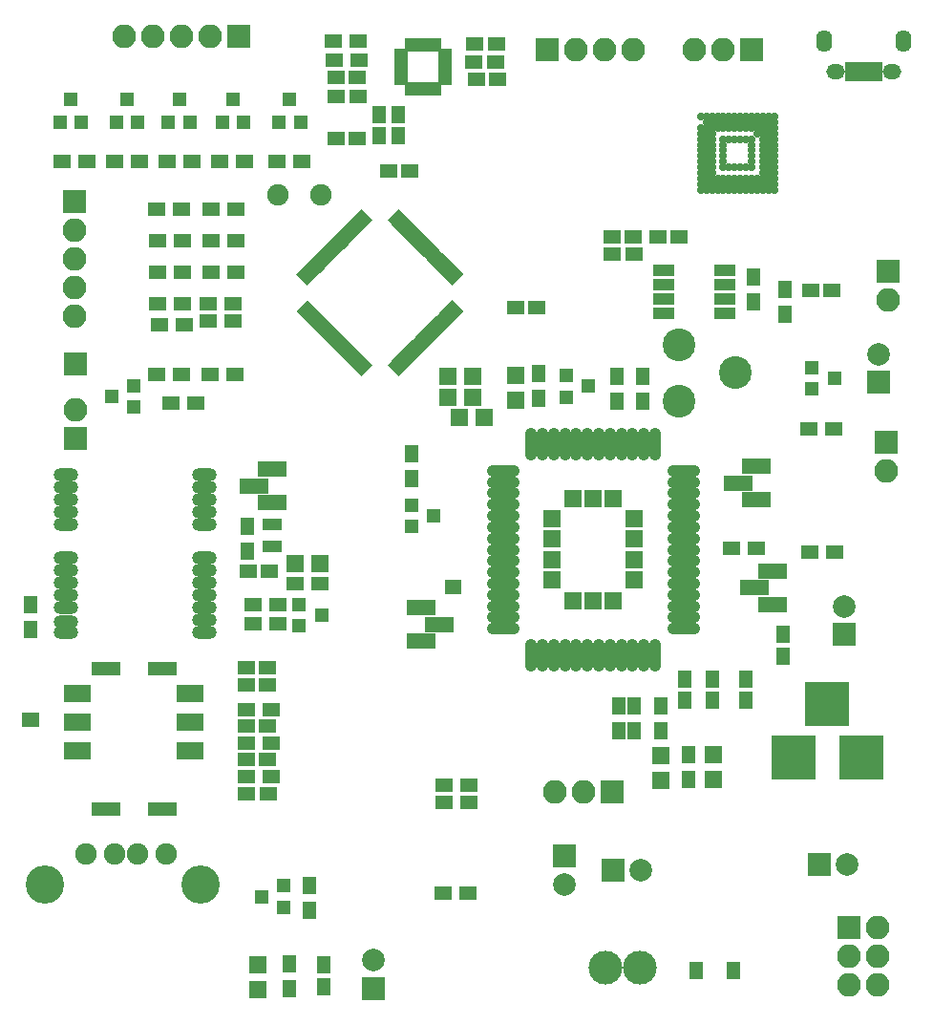
<source format=gbr>
G04 #@! TF.FileFunction,Soldermask,Top*
%FSLAX46Y46*%
G04 Gerber Fmt 4.6, Leading zero omitted, Abs format (unit mm)*
G04 Created by KiCad (PCBNEW 4.0.7) date 05/26/18 19:20:07*
%MOMM*%
%LPD*%
G01*
G04 APERTURE LIST*
%ADD10C,0.100000*%
%ADD11R,1.300000X1.200000*%
%ADD12R,1.600000X1.150000*%
%ADD13O,2.900000X1.100000*%
%ADD14O,1.100000X2.900000*%
%ADD15R,1.500000X1.500000*%
%ADD16R,2.400000X1.600000*%
%ADD17R,2.600000X1.300000*%
%ADD18R,1.600000X1.600000*%
%ADD19R,3.900000X3.900000*%
%ADD20R,2.000000X2.000000*%
%ADD21C,2.000000*%
%ADD22R,1.250000X0.700000*%
%ADD23R,0.700000X1.250000*%
%ADD24R,2.100000X2.100000*%
%ADD25O,2.100000X2.100000*%
%ADD26R,1.150000X1.600000*%
%ADD27R,1.300000X1.600000*%
%ADD28C,3.000000*%
%ADD29R,0.800000X1.750000*%
%ADD30O,1.650000X1.350000*%
%ADD31O,1.400000X1.950000*%
%ADD32R,1.600000X1.300000*%
%ADD33R,1.950000X1.000000*%
%ADD34C,1.900000*%
%ADD35C,3.400000*%
%ADD36R,1.200000X1.300000*%
%ADD37C,2.900000*%
%ADD38R,1.700000X1.100000*%
%ADD39O,2.200000X1.200000*%
%ADD40R,2.625000X1.450000*%
%ADD41R,0.820000X0.620000*%
%ADD42C,0.725000*%
G04 APERTURE END LIST*
D10*
D11*
X161200000Y-93550000D03*
X161200000Y-95450000D03*
X163200000Y-94500000D03*
D12*
X133010000Y-110910000D03*
X134910000Y-110910000D03*
D10*
G36*
X142596358Y-79252676D02*
X143055977Y-78793057D01*
X144045926Y-79783006D01*
X143586307Y-80242625D01*
X142596358Y-79252676D01*
X142596358Y-79252676D01*
G37*
G36*
X142242804Y-79606229D02*
X142702423Y-79146610D01*
X143692372Y-80136559D01*
X143232753Y-80596178D01*
X142242804Y-79606229D01*
X142242804Y-79606229D01*
G37*
G36*
X141889251Y-79959783D02*
X142348870Y-79500164D01*
X143338819Y-80490113D01*
X142879200Y-80949732D01*
X141889251Y-79959783D01*
X141889251Y-79959783D01*
G37*
G36*
X141535698Y-80313336D02*
X141995317Y-79853717D01*
X142985266Y-80843666D01*
X142525647Y-81303285D01*
X141535698Y-80313336D01*
X141535698Y-80313336D01*
G37*
G36*
X141182144Y-80666889D02*
X141641763Y-80207270D01*
X142631712Y-81197219D01*
X142172093Y-81656838D01*
X141182144Y-80666889D01*
X141182144Y-80666889D01*
G37*
G36*
X140828591Y-81020443D02*
X141288210Y-80560824D01*
X142278159Y-81550773D01*
X141818540Y-82010392D01*
X140828591Y-81020443D01*
X140828591Y-81020443D01*
G37*
G36*
X140475037Y-81373996D02*
X140934656Y-80914377D01*
X141924605Y-81904326D01*
X141464986Y-82363945D01*
X140475037Y-81373996D01*
X140475037Y-81373996D01*
G37*
G36*
X140121484Y-81727550D02*
X140581103Y-81267931D01*
X141571052Y-82257880D01*
X141111433Y-82717499D01*
X140121484Y-81727550D01*
X140121484Y-81727550D01*
G37*
G36*
X139767931Y-82081103D02*
X140227550Y-81621484D01*
X141217499Y-82611433D01*
X140757880Y-83071052D01*
X139767931Y-82081103D01*
X139767931Y-82081103D01*
G37*
G36*
X139414377Y-82434656D02*
X139873996Y-81975037D01*
X140863945Y-82964986D01*
X140404326Y-83424605D01*
X139414377Y-82434656D01*
X139414377Y-82434656D01*
G37*
G36*
X139060824Y-82788210D02*
X139520443Y-82328591D01*
X140510392Y-83318540D01*
X140050773Y-83778159D01*
X139060824Y-82788210D01*
X139060824Y-82788210D01*
G37*
G36*
X138707270Y-83141763D02*
X139166889Y-82682144D01*
X140156838Y-83672093D01*
X139697219Y-84131712D01*
X138707270Y-83141763D01*
X138707270Y-83141763D01*
G37*
G36*
X138353717Y-83495317D02*
X138813336Y-83035698D01*
X139803285Y-84025647D01*
X139343666Y-84485266D01*
X138353717Y-83495317D01*
X138353717Y-83495317D01*
G37*
G36*
X138000164Y-83848870D02*
X138459783Y-83389251D01*
X139449732Y-84379200D01*
X138990113Y-84838819D01*
X138000164Y-83848870D01*
X138000164Y-83848870D01*
G37*
G36*
X137646610Y-84202423D02*
X138106229Y-83742804D01*
X139096178Y-84732753D01*
X138636559Y-85192372D01*
X137646610Y-84202423D01*
X137646610Y-84202423D01*
G37*
G36*
X137293057Y-84555977D02*
X137752676Y-84096358D01*
X138742625Y-85086307D01*
X138283006Y-85545926D01*
X137293057Y-84555977D01*
X137293057Y-84555977D01*
G37*
G36*
X137752676Y-88303642D02*
X137293057Y-87844023D01*
X138283006Y-86854074D01*
X138742625Y-87313693D01*
X137752676Y-88303642D01*
X137752676Y-88303642D01*
G37*
G36*
X138106229Y-88657196D02*
X137646610Y-88197577D01*
X138636559Y-87207628D01*
X139096178Y-87667247D01*
X138106229Y-88657196D01*
X138106229Y-88657196D01*
G37*
G36*
X138459783Y-89010749D02*
X138000164Y-88551130D01*
X138990113Y-87561181D01*
X139449732Y-88020800D01*
X138459783Y-89010749D01*
X138459783Y-89010749D01*
G37*
G36*
X138813336Y-89364302D02*
X138353717Y-88904683D01*
X139343666Y-87914734D01*
X139803285Y-88374353D01*
X138813336Y-89364302D01*
X138813336Y-89364302D01*
G37*
G36*
X139166889Y-89717856D02*
X138707270Y-89258237D01*
X139697219Y-88268288D01*
X140156838Y-88727907D01*
X139166889Y-89717856D01*
X139166889Y-89717856D01*
G37*
G36*
X139520443Y-90071409D02*
X139060824Y-89611790D01*
X140050773Y-88621841D01*
X140510392Y-89081460D01*
X139520443Y-90071409D01*
X139520443Y-90071409D01*
G37*
G36*
X139873996Y-90424963D02*
X139414377Y-89965344D01*
X140404326Y-88975395D01*
X140863945Y-89435014D01*
X139873996Y-90424963D01*
X139873996Y-90424963D01*
G37*
G36*
X140227550Y-90778516D02*
X139767931Y-90318897D01*
X140757880Y-89328948D01*
X141217499Y-89788567D01*
X140227550Y-90778516D01*
X140227550Y-90778516D01*
G37*
G36*
X140581103Y-91132069D02*
X140121484Y-90672450D01*
X141111433Y-89682501D01*
X141571052Y-90142120D01*
X140581103Y-91132069D01*
X140581103Y-91132069D01*
G37*
G36*
X140934656Y-91485623D02*
X140475037Y-91026004D01*
X141464986Y-90036055D01*
X141924605Y-90495674D01*
X140934656Y-91485623D01*
X140934656Y-91485623D01*
G37*
G36*
X141288210Y-91839176D02*
X140828591Y-91379557D01*
X141818540Y-90389608D01*
X142278159Y-90849227D01*
X141288210Y-91839176D01*
X141288210Y-91839176D01*
G37*
G36*
X141641763Y-92192730D02*
X141182144Y-91733111D01*
X142172093Y-90743162D01*
X142631712Y-91202781D01*
X141641763Y-92192730D01*
X141641763Y-92192730D01*
G37*
G36*
X141995317Y-92546283D02*
X141535698Y-92086664D01*
X142525647Y-91096715D01*
X142985266Y-91556334D01*
X141995317Y-92546283D01*
X141995317Y-92546283D01*
G37*
G36*
X142348870Y-92899836D02*
X141889251Y-92440217D01*
X142879200Y-91450268D01*
X143338819Y-91909887D01*
X142348870Y-92899836D01*
X142348870Y-92899836D01*
G37*
G36*
X142702423Y-93253390D02*
X142242804Y-92793771D01*
X143232753Y-91803822D01*
X143692372Y-92263441D01*
X142702423Y-93253390D01*
X142702423Y-93253390D01*
G37*
G36*
X143055977Y-93606943D02*
X142596358Y-93147324D01*
X143586307Y-92157375D01*
X144045926Y-92616994D01*
X143055977Y-93606943D01*
X143055977Y-93606943D01*
G37*
G36*
X145354074Y-92616994D02*
X145813693Y-92157375D01*
X146803642Y-93147324D01*
X146344023Y-93606943D01*
X145354074Y-92616994D01*
X145354074Y-92616994D01*
G37*
G36*
X145707628Y-92263441D02*
X146167247Y-91803822D01*
X147157196Y-92793771D01*
X146697577Y-93253390D01*
X145707628Y-92263441D01*
X145707628Y-92263441D01*
G37*
G36*
X146061181Y-91909887D02*
X146520800Y-91450268D01*
X147510749Y-92440217D01*
X147051130Y-92899836D01*
X146061181Y-91909887D01*
X146061181Y-91909887D01*
G37*
G36*
X146414734Y-91556334D02*
X146874353Y-91096715D01*
X147864302Y-92086664D01*
X147404683Y-92546283D01*
X146414734Y-91556334D01*
X146414734Y-91556334D01*
G37*
G36*
X146768288Y-91202781D02*
X147227907Y-90743162D01*
X148217856Y-91733111D01*
X147758237Y-92192730D01*
X146768288Y-91202781D01*
X146768288Y-91202781D01*
G37*
G36*
X147121841Y-90849227D02*
X147581460Y-90389608D01*
X148571409Y-91379557D01*
X148111790Y-91839176D01*
X147121841Y-90849227D01*
X147121841Y-90849227D01*
G37*
G36*
X147475395Y-90495674D02*
X147935014Y-90036055D01*
X148924963Y-91026004D01*
X148465344Y-91485623D01*
X147475395Y-90495674D01*
X147475395Y-90495674D01*
G37*
G36*
X147828948Y-90142120D02*
X148288567Y-89682501D01*
X149278516Y-90672450D01*
X148818897Y-91132069D01*
X147828948Y-90142120D01*
X147828948Y-90142120D01*
G37*
G36*
X148182501Y-89788567D02*
X148642120Y-89328948D01*
X149632069Y-90318897D01*
X149172450Y-90778516D01*
X148182501Y-89788567D01*
X148182501Y-89788567D01*
G37*
G36*
X148536055Y-89435014D02*
X148995674Y-88975395D01*
X149985623Y-89965344D01*
X149526004Y-90424963D01*
X148536055Y-89435014D01*
X148536055Y-89435014D01*
G37*
G36*
X148889608Y-89081460D02*
X149349227Y-88621841D01*
X150339176Y-89611790D01*
X149879557Y-90071409D01*
X148889608Y-89081460D01*
X148889608Y-89081460D01*
G37*
G36*
X149243162Y-88727907D02*
X149702781Y-88268288D01*
X150692730Y-89258237D01*
X150233111Y-89717856D01*
X149243162Y-88727907D01*
X149243162Y-88727907D01*
G37*
G36*
X149596715Y-88374353D02*
X150056334Y-87914734D01*
X151046283Y-88904683D01*
X150586664Y-89364302D01*
X149596715Y-88374353D01*
X149596715Y-88374353D01*
G37*
G36*
X149950268Y-88020800D02*
X150409887Y-87561181D01*
X151399836Y-88551130D01*
X150940217Y-89010749D01*
X149950268Y-88020800D01*
X149950268Y-88020800D01*
G37*
G36*
X150303822Y-87667247D02*
X150763441Y-87207628D01*
X151753390Y-88197577D01*
X151293771Y-88657196D01*
X150303822Y-87667247D01*
X150303822Y-87667247D01*
G37*
G36*
X150657375Y-87313693D02*
X151116994Y-86854074D01*
X152106943Y-87844023D01*
X151647324Y-88303642D01*
X150657375Y-87313693D01*
X150657375Y-87313693D01*
G37*
G36*
X151116994Y-85545926D02*
X150657375Y-85086307D01*
X151647324Y-84096358D01*
X152106943Y-84555977D01*
X151116994Y-85545926D01*
X151116994Y-85545926D01*
G37*
G36*
X150763441Y-85192372D02*
X150303822Y-84732753D01*
X151293771Y-83742804D01*
X151753390Y-84202423D01*
X150763441Y-85192372D01*
X150763441Y-85192372D01*
G37*
G36*
X150409887Y-84838819D02*
X149950268Y-84379200D01*
X150940217Y-83389251D01*
X151399836Y-83848870D01*
X150409887Y-84838819D01*
X150409887Y-84838819D01*
G37*
G36*
X150056334Y-84485266D02*
X149596715Y-84025647D01*
X150586664Y-83035698D01*
X151046283Y-83495317D01*
X150056334Y-84485266D01*
X150056334Y-84485266D01*
G37*
G36*
X149702781Y-84131712D02*
X149243162Y-83672093D01*
X150233111Y-82682144D01*
X150692730Y-83141763D01*
X149702781Y-84131712D01*
X149702781Y-84131712D01*
G37*
G36*
X149349227Y-83778159D02*
X148889608Y-83318540D01*
X149879557Y-82328591D01*
X150339176Y-82788210D01*
X149349227Y-83778159D01*
X149349227Y-83778159D01*
G37*
G36*
X148995674Y-83424605D02*
X148536055Y-82964986D01*
X149526004Y-81975037D01*
X149985623Y-82434656D01*
X148995674Y-83424605D01*
X148995674Y-83424605D01*
G37*
G36*
X148642120Y-83071052D02*
X148182501Y-82611433D01*
X149172450Y-81621484D01*
X149632069Y-82081103D01*
X148642120Y-83071052D01*
X148642120Y-83071052D01*
G37*
G36*
X148288567Y-82717499D02*
X147828948Y-82257880D01*
X148818897Y-81267931D01*
X149278516Y-81727550D01*
X148288567Y-82717499D01*
X148288567Y-82717499D01*
G37*
G36*
X147935014Y-82363945D02*
X147475395Y-81904326D01*
X148465344Y-80914377D01*
X148924963Y-81373996D01*
X147935014Y-82363945D01*
X147935014Y-82363945D01*
G37*
G36*
X147581460Y-82010392D02*
X147121841Y-81550773D01*
X148111790Y-80560824D01*
X148571409Y-81020443D01*
X147581460Y-82010392D01*
X147581460Y-82010392D01*
G37*
G36*
X147227907Y-81656838D02*
X146768288Y-81197219D01*
X147758237Y-80207270D01*
X148217856Y-80666889D01*
X147227907Y-81656838D01*
X147227907Y-81656838D01*
G37*
G36*
X146874353Y-81303285D02*
X146414734Y-80843666D01*
X147404683Y-79853717D01*
X147864302Y-80313336D01*
X146874353Y-81303285D01*
X146874353Y-81303285D01*
G37*
G36*
X146520800Y-80949732D02*
X146061181Y-80490113D01*
X147051130Y-79500164D01*
X147510749Y-79959783D01*
X146520800Y-80949732D01*
X146520800Y-80949732D01*
G37*
G36*
X146167247Y-80596178D02*
X145707628Y-80136559D01*
X146697577Y-79146610D01*
X147157196Y-79606229D01*
X146167247Y-80596178D01*
X146167247Y-80596178D01*
G37*
G36*
X145813693Y-80242625D02*
X145354074Y-79783006D01*
X146344023Y-78793057D01*
X146803642Y-79252676D01*
X145813693Y-80242625D01*
X145813693Y-80242625D01*
G37*
D13*
X155600000Y-102000000D03*
X155600000Y-103000000D03*
X155600000Y-104000000D03*
X155600000Y-105000000D03*
X155600000Y-106000000D03*
X155600000Y-107000000D03*
X155600000Y-108000000D03*
X155600000Y-109000000D03*
X155600000Y-110000000D03*
X155600000Y-111000000D03*
X155600000Y-112000000D03*
X155600000Y-113000000D03*
X155600000Y-114000000D03*
X155600000Y-115000000D03*
X155600000Y-116000000D03*
D14*
X158100000Y-118350000D03*
X159100000Y-118350000D03*
X160100000Y-118350000D03*
X161100000Y-118350000D03*
X162100000Y-118350000D03*
X163100000Y-118350000D03*
X164100000Y-118350000D03*
X165100000Y-118350000D03*
X166100000Y-118350000D03*
X167100000Y-118350000D03*
X168100000Y-118350000D03*
X169100000Y-118350000D03*
D13*
X171600000Y-116000000D03*
X171600000Y-115000000D03*
X171600000Y-114000000D03*
X171600000Y-113000000D03*
X171600000Y-112000000D03*
X171600000Y-111000000D03*
X171600000Y-110000000D03*
X171600000Y-109000000D03*
X171600000Y-108000000D03*
X171600000Y-107000000D03*
X171600000Y-106000000D03*
X171600000Y-105000000D03*
X171600000Y-104000000D03*
X171600000Y-103000000D03*
X171600000Y-102000000D03*
D14*
X169100000Y-99650000D03*
X168100000Y-99650000D03*
X167100000Y-99650000D03*
X166100000Y-99650000D03*
X165100000Y-99650000D03*
X164100000Y-99650000D03*
X163100000Y-99650000D03*
X162100000Y-99650000D03*
X161100000Y-99640000D03*
X160100000Y-99650000D03*
X159100000Y-99650000D03*
X158100000Y-99650000D03*
D15*
X163600000Y-104500000D03*
X161800000Y-104500000D03*
X165400000Y-104500000D03*
X159950000Y-108060000D03*
X159950000Y-106260000D03*
X159950000Y-109860000D03*
X159950000Y-111660000D03*
X163600000Y-113500000D03*
X167250000Y-106260000D03*
X167250000Y-108060000D03*
X167250000Y-109860000D03*
X167250000Y-111660000D03*
X165400000Y-113500000D03*
X161800000Y-113500000D03*
D16*
X117900000Y-121700000D03*
X117900000Y-124240000D03*
X117900000Y-126780000D03*
X127900000Y-126780000D03*
X127900000Y-124240000D03*
X127900000Y-121700000D03*
D17*
X120400000Y-119510000D03*
X125400000Y-119510000D03*
X120400000Y-132010000D03*
X125400000Y-132010000D03*
D18*
X133851000Y-145772000D03*
X133851000Y-147972000D03*
X174244000Y-129370000D03*
X174244000Y-127170000D03*
X156718000Y-95715000D03*
X156718000Y-93515000D03*
D19*
X181356000Y-127381000D03*
X187356000Y-127381000D03*
X184356000Y-122681000D03*
D18*
X152928500Y-93662500D03*
X150728500Y-93662500D03*
X153960000Y-97260000D03*
X151760000Y-97260000D03*
X152928500Y-95504000D03*
X150728500Y-95504000D03*
X169640000Y-127260000D03*
X169640000Y-129460000D03*
D11*
X147500000Y-105050000D03*
X147500000Y-106950000D03*
X149500000Y-106000000D03*
D20*
X144151000Y-147872000D03*
D21*
X144151000Y-145372000D03*
D20*
X161036000Y-136144000D03*
D21*
X161036000Y-138644000D03*
D22*
X146570800Y-64928000D03*
X146570800Y-65428000D03*
X146570800Y-65928000D03*
X146570800Y-66428000D03*
X146570800Y-66928000D03*
X146570800Y-67428000D03*
D23*
X147270800Y-68128000D03*
X147770800Y-68128000D03*
X148270800Y-68128000D03*
X148770800Y-68128000D03*
X149270800Y-68128000D03*
X149770800Y-68128000D03*
D22*
X150470800Y-67428000D03*
X150470800Y-66928000D03*
X150470800Y-66428000D03*
X150470800Y-65928000D03*
X150470800Y-65428000D03*
X150470800Y-64928000D03*
D23*
X149770800Y-64228000D03*
X149270800Y-64228000D03*
X148770800Y-64228000D03*
X148270800Y-64228000D03*
X147770800Y-64228000D03*
X147270800Y-64228000D03*
D20*
X185900000Y-116500000D03*
D21*
X185900000Y-114000000D03*
D24*
X159519000Y-64654000D03*
D25*
X162059000Y-64654000D03*
X164599000Y-64654000D03*
X167139000Y-64654000D03*
D24*
X189738000Y-84328000D03*
D25*
X189738000Y-86868000D03*
D24*
X177680000Y-64654000D03*
D25*
X175140000Y-64654000D03*
X172600000Y-64654000D03*
D26*
X144650000Y-70420000D03*
X144650000Y-72320000D03*
X146320000Y-70430000D03*
X146320000Y-72330000D03*
D12*
X156700000Y-87550000D03*
X158600000Y-87550000D03*
X145440000Y-75410000D03*
X147340000Y-75410000D03*
X153050000Y-65800000D03*
X154950000Y-65800000D03*
X155135000Y-67295600D03*
X153235000Y-67295600D03*
X142708000Y-67156000D03*
X140808000Y-67156000D03*
X155008000Y-64146000D03*
X153108000Y-64146000D03*
X165330400Y-82797600D03*
X167230400Y-82797600D03*
X132900000Y-130600000D03*
X134800000Y-130600000D03*
X132850000Y-127600000D03*
X134750000Y-127600000D03*
D26*
X171700000Y-120450000D03*
X171700000Y-122350000D03*
D20*
X183642000Y-136906000D03*
D21*
X186142000Y-136906000D03*
D12*
X132850000Y-124600000D03*
X134750000Y-124600000D03*
D20*
X165354000Y-137414000D03*
D21*
X167854000Y-137414000D03*
D12*
X132850000Y-121000000D03*
X134750000Y-121000000D03*
X182890000Y-85970000D03*
X184790000Y-85970000D03*
D26*
X139751000Y-147722000D03*
X139751000Y-145822000D03*
D12*
X134750000Y-119450000D03*
X132850000Y-119450000D03*
D26*
X177165000Y-122362000D03*
X177165000Y-120462000D03*
X180467000Y-116525000D03*
X180467000Y-118425000D03*
D12*
X171250000Y-81300000D03*
X169350000Y-81300000D03*
D26*
X174200000Y-120450000D03*
X174200000Y-122350000D03*
D12*
X142750000Y-68800000D03*
X140850000Y-68800000D03*
D27*
X172721000Y-146304000D03*
X176021000Y-146304000D03*
D24*
X165300000Y-130500000D03*
D25*
X162760000Y-130500000D03*
X160220000Y-130500000D03*
D28*
X164719000Y-146050000D03*
X167719000Y-146050000D03*
D29*
X188879000Y-66628000D03*
X188229000Y-66628000D03*
X187579000Y-66628000D03*
X186929000Y-66628000D03*
X186279000Y-66628000D03*
D30*
X190079000Y-66628000D03*
X185079000Y-66628000D03*
D31*
X191079000Y-63928000D03*
X184079000Y-63928000D03*
D32*
X140600000Y-63900000D03*
X142800000Y-63900000D03*
X140658000Y-65632000D03*
X142858000Y-65632000D03*
X135050000Y-123150000D03*
X132850000Y-123150000D03*
X135050000Y-126100000D03*
X132850000Y-126100000D03*
X135050000Y-129100000D03*
X132850000Y-129100000D03*
D27*
X158810000Y-93390000D03*
X158810000Y-95590000D03*
X138410000Y-138740000D03*
X138410000Y-140940000D03*
X168021000Y-95842000D03*
X168021000Y-93642000D03*
X167200000Y-125000000D03*
X167200000Y-122800000D03*
X169600000Y-122800000D03*
X169600000Y-125000000D03*
D32*
X152620000Y-129840000D03*
X150420000Y-129840000D03*
X152630000Y-131390000D03*
X150430000Y-131390000D03*
D27*
X136651000Y-147872000D03*
X136651000Y-145672000D03*
X165850000Y-125000000D03*
X165850000Y-122800000D03*
D32*
X178074500Y-108839000D03*
X175874500Y-108839000D03*
D27*
X172085000Y-127170000D03*
X172085000Y-129370000D03*
X177800000Y-87000000D03*
X177800000Y-84800000D03*
D32*
X152484000Y-139446000D03*
X150284000Y-139446000D03*
X184996000Y-109220000D03*
X182796000Y-109220000D03*
D27*
X147500000Y-100500000D03*
X147500000Y-102700000D03*
X165735000Y-95842000D03*
X165735000Y-93642000D03*
D33*
X169900000Y-84195000D03*
X169900000Y-85465000D03*
X169900000Y-86735000D03*
X169900000Y-88005000D03*
X175300000Y-88005000D03*
X175300000Y-86735000D03*
X175300000Y-85465000D03*
X175300000Y-84195000D03*
D34*
X135636000Y-77533500D03*
X139436000Y-77533500D03*
D12*
X142682000Y-72517000D03*
X140782000Y-72517000D03*
X167179600Y-81273600D03*
X165279600Y-81273600D03*
D18*
X139360000Y-110200000D03*
X137160000Y-110200000D03*
D24*
X117700000Y-99100000D03*
D25*
X117700000Y-96560000D03*
D34*
X125710000Y-136000000D03*
X123170000Y-136000000D03*
X121140000Y-136000000D03*
X118600000Y-136000000D03*
D35*
X128760000Y-138670000D03*
X115040000Y-138670000D03*
D24*
X117600000Y-78100000D03*
D25*
X117600000Y-80640000D03*
X117600000Y-83180000D03*
X117600000Y-85720000D03*
X117600000Y-88260000D03*
D24*
X189611000Y-99441000D03*
D25*
X189611000Y-101981000D03*
D24*
X117700000Y-92500000D03*
D11*
X137540000Y-113860000D03*
X137540000Y-115760000D03*
X139540000Y-114810000D03*
D36*
X135750000Y-71100000D03*
X137650000Y-71100000D03*
X136700000Y-69100000D03*
D11*
X122900000Y-96350000D03*
X122900000Y-94450000D03*
X120900000Y-95400000D03*
D36*
X130750000Y-71100000D03*
X132650000Y-71100000D03*
X131700000Y-69100000D03*
X125950000Y-71100000D03*
X127850000Y-71100000D03*
X126900000Y-69100000D03*
X121350000Y-71100000D03*
X123250000Y-71100000D03*
X122300000Y-69100000D03*
D11*
X136177000Y-140682000D03*
X136177000Y-138782000D03*
X134177000Y-139732000D03*
X183000000Y-92850000D03*
X183000000Y-94750000D03*
X185000000Y-93800000D03*
D32*
X139380000Y-111960000D03*
X137180000Y-111960000D03*
X135620000Y-113890000D03*
X133420000Y-113890000D03*
X137800000Y-74600000D03*
X135600000Y-74600000D03*
X128354000Y-96012000D03*
X126154000Y-96012000D03*
X132700000Y-74600000D03*
X130500000Y-74600000D03*
X128000000Y-74600000D03*
X125800000Y-74600000D03*
X124900000Y-78800000D03*
X127100000Y-78800000D03*
X131900000Y-78800000D03*
X129700000Y-78800000D03*
X125000000Y-81600000D03*
X127200000Y-81600000D03*
X131900000Y-81600000D03*
X129700000Y-81600000D03*
X123400000Y-74600000D03*
X121200000Y-74600000D03*
X125000000Y-84400000D03*
X127200000Y-84400000D03*
X131900000Y-84400000D03*
X129700000Y-84400000D03*
X125000000Y-87200000D03*
X127200000Y-87200000D03*
X131700000Y-87200000D03*
X129500000Y-87200000D03*
X125138000Y-89027000D03*
X127338000Y-89027000D03*
X131710000Y-88730000D03*
X129510000Y-88730000D03*
X182700000Y-98300000D03*
X184900000Y-98300000D03*
X124884000Y-93472000D03*
X127084000Y-93472000D03*
X129659200Y-93472000D03*
X131859200Y-93472000D03*
D27*
X180600000Y-85900000D03*
X180600000Y-88100000D03*
D24*
X186300000Y-142500000D03*
D25*
X188840000Y-142500000D03*
X186300000Y-145040000D03*
X188840000Y-145040000D03*
X186300000Y-147580000D03*
X188840000Y-147580000D03*
D36*
X116350000Y-71100000D03*
X118250000Y-71100000D03*
X117300000Y-69100000D03*
D32*
X135650000Y-115580000D03*
X133450000Y-115580000D03*
D27*
X132990000Y-109160000D03*
X132990000Y-106960000D03*
X113770000Y-113890000D03*
X113770000Y-116090000D03*
D32*
X118700000Y-74600000D03*
X116500000Y-74600000D03*
D37*
X176236000Y-93305000D03*
X171196000Y-95805000D03*
X171196000Y-90805000D03*
D38*
X135150000Y-108690000D03*
X135150000Y-106790000D03*
D39*
X129128000Y-116356000D03*
X129128000Y-115256000D03*
X129128000Y-114156000D03*
X129128000Y-113056000D03*
X129128000Y-111956000D03*
X129128000Y-110856000D03*
X129128000Y-109756000D03*
X129128000Y-106756000D03*
X129128000Y-105656000D03*
X129128000Y-104556000D03*
X129128000Y-103456000D03*
X129128000Y-102356000D03*
X116878000Y-102356000D03*
X116878000Y-103456000D03*
X116878000Y-104556000D03*
X116878000Y-105656000D03*
X116878000Y-106756000D03*
X116878000Y-109756000D03*
X116878000Y-110856000D03*
X116878000Y-111956000D03*
X116878000Y-113056000D03*
X116878000Y-114156000D03*
X116878000Y-115356000D03*
X116878000Y-116356000D03*
D40*
X135128000Y-104829000D03*
X135128000Y-101854000D03*
X133528000Y-103341500D03*
X178054000Y-104575000D03*
X178054000Y-101600000D03*
X176454000Y-103087500D03*
X179510000Y-113865000D03*
X179510000Y-110890000D03*
X177910000Y-112377500D03*
X148350000Y-114125000D03*
X148350000Y-117100000D03*
X149950000Y-115612500D03*
D41*
X150876000Y-111887000D03*
X150876000Y-112287000D03*
X150876000Y-112687000D03*
X151526000Y-111887000D03*
X151526000Y-112287000D03*
X151526000Y-112687000D03*
X113400000Y-123650000D03*
X113400000Y-124050000D03*
X113400000Y-124450000D03*
X114050000Y-123650000D03*
X114050000Y-124050000D03*
X114050000Y-124450000D03*
D24*
X132207000Y-63500000D03*
D25*
X129667000Y-63500000D03*
X127127000Y-63500000D03*
X124587000Y-63500000D03*
X122047000Y-63500000D03*
D42*
X179650000Y-71605000D03*
X179650000Y-72105000D03*
X179650000Y-72605000D03*
X179650000Y-73105000D03*
X179650000Y-73605000D03*
X179650000Y-74105000D03*
X179150000Y-72605000D03*
X179650000Y-75605000D03*
X179650000Y-76105000D03*
X179650000Y-76605000D03*
X179650000Y-77105000D03*
X179150000Y-70605000D03*
X179150000Y-71105000D03*
X179150000Y-71605000D03*
X179150000Y-72105000D03*
X179650000Y-74605000D03*
X179150000Y-73105000D03*
X179150000Y-73605000D03*
X179150000Y-74105000D03*
X179150000Y-74605000D03*
X179150000Y-75105000D03*
X179150000Y-75605000D03*
X179150000Y-76105000D03*
X179150000Y-76605000D03*
X179150000Y-77105000D03*
X178650000Y-77105000D03*
X178650000Y-76605000D03*
X178650000Y-76105000D03*
X178650000Y-75605000D03*
X178650000Y-75105000D03*
X178650000Y-74605000D03*
X178650000Y-74105000D03*
X178650000Y-73605000D03*
X178650000Y-73105000D03*
X178650000Y-72605000D03*
X178650000Y-72105000D03*
X178650000Y-71605000D03*
X178650000Y-71105000D03*
X178650000Y-70605000D03*
X178150000Y-70605000D03*
X178150000Y-71105000D03*
X178150000Y-71605000D03*
X178150000Y-72105000D03*
X179650000Y-71105000D03*
X176650000Y-71605000D03*
X174150000Y-72105000D03*
X174150000Y-72605000D03*
X174150000Y-73105000D03*
X173650000Y-72605000D03*
X173650000Y-72105000D03*
X173650000Y-71105000D03*
X173150000Y-71605000D03*
X173150000Y-72105000D03*
X173150000Y-72605000D03*
X173150000Y-73105000D03*
X173150000Y-73605000D03*
X173150000Y-75105000D03*
X177650000Y-72605000D03*
X177150000Y-72605000D03*
X176650000Y-72605000D03*
X176150000Y-72605000D03*
X175650000Y-72605000D03*
X175150000Y-72605000D03*
X175150000Y-73105000D03*
X175150000Y-73605000D03*
X175150000Y-74605000D03*
X175150000Y-75105000D03*
X175150000Y-74105000D03*
X175650000Y-75105000D03*
X176150000Y-75105000D03*
X176650000Y-75105000D03*
X177150000Y-75105000D03*
X177650000Y-75105000D03*
X177650000Y-74605000D03*
X177650000Y-74105000D03*
X177650000Y-73605000D03*
X177650000Y-73105000D03*
X179650000Y-75105000D03*
X177650000Y-70605000D03*
X177650000Y-71105000D03*
X177650000Y-71605000D03*
X177150000Y-70605000D03*
X177150000Y-71105000D03*
X177150000Y-71605000D03*
X176650000Y-70605000D03*
X176650000Y-71105000D03*
X176150000Y-70605000D03*
X176150000Y-71105000D03*
X176150000Y-71605000D03*
X175650000Y-70605000D03*
X175650000Y-71105000D03*
X175650000Y-71605000D03*
X175150000Y-70605000D03*
X175150000Y-71105000D03*
X175150000Y-71605000D03*
X174650000Y-70605000D03*
X174650000Y-71105000D03*
X174650000Y-71605000D03*
X174150000Y-70605000D03*
X174150000Y-71105000D03*
X174150000Y-71605000D03*
X173650000Y-70605000D03*
X173650000Y-71605000D03*
X173150000Y-70605000D03*
X173650000Y-73105000D03*
X173650000Y-73605000D03*
X174150000Y-73605000D03*
X174150000Y-74105000D03*
X173650000Y-74105000D03*
X173150000Y-74105000D03*
X173150000Y-74605000D03*
X173650000Y-74605000D03*
X174150000Y-74605000D03*
X174150000Y-75105000D03*
X173650000Y-75105000D03*
X173150000Y-75605000D03*
X173650000Y-75605000D03*
X174150000Y-75605000D03*
X174150000Y-76105000D03*
X173650000Y-76105000D03*
X173150000Y-76105000D03*
X173150000Y-76605000D03*
X173650000Y-76605000D03*
X174150000Y-76605000D03*
X174150000Y-77105000D03*
X173150000Y-77105000D03*
X173650000Y-77105000D03*
X174650000Y-77105000D03*
X175150000Y-77105000D03*
X175650000Y-77105000D03*
X176150000Y-77105000D03*
X176650000Y-77105000D03*
X177150000Y-77105000D03*
X177650000Y-77105000D03*
X178150000Y-77105000D03*
X178150000Y-76605000D03*
X177650000Y-76605000D03*
X177150000Y-76605000D03*
X176650000Y-76605000D03*
X176150000Y-76605000D03*
X175650000Y-76605000D03*
X175150000Y-76605000D03*
X174650000Y-76605000D03*
X174650000Y-76105000D03*
X175150000Y-76105000D03*
X175650000Y-76105000D03*
X176150000Y-76105000D03*
X176650000Y-76105000D03*
X177150000Y-76105000D03*
X177650000Y-76105000D03*
X178150000Y-76105000D03*
X179650000Y-70605000D03*
D20*
X188940000Y-94160000D03*
D21*
X188940000Y-91660000D03*
M02*

</source>
